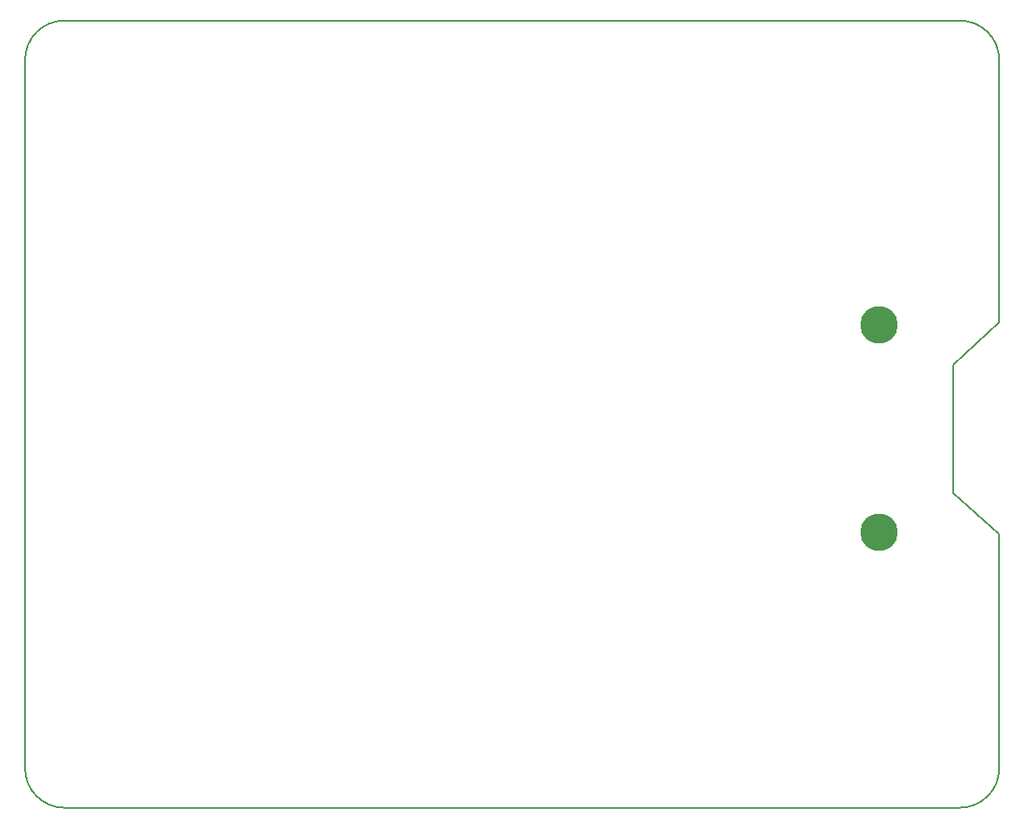
<source format=gbp>
G04 #@! TF.FileFunction,Paste,Bot*
%FSLAX46Y46*%
G04 Gerber Fmt 4.6, Leading zero omitted, Abs format (unit mm)*
G04 Created by KiCad (PCBNEW 4.0.0-2.201511301921+6191~38~ubuntu15.10.1-stable) date Mon Dec  7 23:41:22 2015*
%MOMM*%
G01*
G04 APERTURE LIST*
%ADD10C,0.025400*%
%ADD11C,0.127000*%
%ADD12C,3.810000*%
G04 APERTURE END LIST*
D10*
D11*
X4000000Y0D02*
X95000000Y0D01*
X99000000Y49300000D02*
X94300000Y45000000D01*
X99000000Y76000000D02*
X99000000Y49300000D01*
X94300000Y38500000D02*
X94300000Y45000000D01*
X94300000Y32000000D02*
X94300000Y38500000D01*
X99000000Y27800000D02*
X94300000Y32000000D01*
X99000000Y4000000D02*
X99000000Y27800000D01*
X0Y76000000D02*
X0Y4000000D01*
X95000000Y80000000D02*
X4000000Y80000000D01*
X99000000Y76000000D02*
G75*
G03X95000000Y80000000I-4000000J0D01*
G01*
X95000000Y0D02*
G75*
G03X99000000Y4000000I0J4000000D01*
G01*
X0Y4000000D02*
G75*
G03X4000000Y0I4000000J0D01*
G01*
X4000000Y80000000D02*
G75*
G03X0Y76000000I0J-4000000D01*
G01*
D12*
X86750000Y49041000D03*
X86750000Y27959000D03*
M02*

</source>
